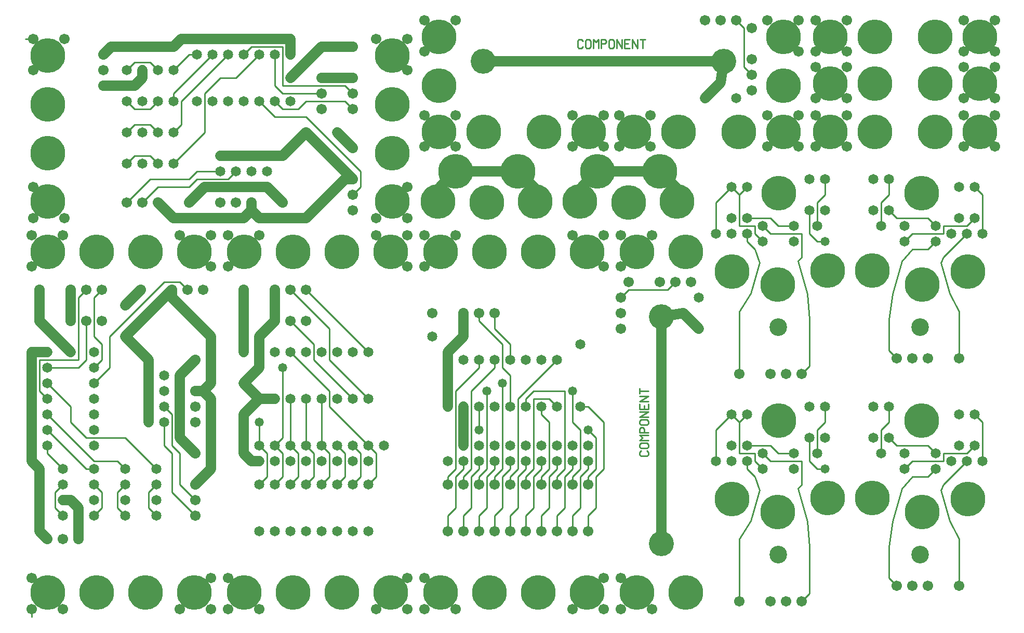
<source format=gtl>
%MOIN*%
%FSLAX25Y25*%
G04 D10 used for Character Trace; *
G04     Circle (OD=.01000) (No hole)*
G04 D11 used for Power Trace; *
G04     Circle (OD=.06700) (No hole)*
G04 D12 used for Signal Trace; *
G04     Circle (OD=.01100) (No hole)*
G04 D13 used for Via; *
G04     Circle (OD=.05800) (Round. Hole ID=.02800)*
G04 D14 used for Component hole; *
G04     Circle (OD=.06500) (Round. Hole ID=.03500)*
G04 D15 used for Component hole; *
G04     Circle (OD=.06700) (Round. Hole ID=.04300)*
G04 D16 used for Component hole; *
G04     Circle (OD=.08100) (Round. Hole ID=.05100)*
G04 D17 used for Component hole; *
G04     Circle (OD=.08900) (Round. Hole ID=.05900)*
G04 D18 used for Component hole; *
G04     Circle (OD=.11300) (Round. Hole ID=.08300)*
G04 D19 used for Component hole; *
G04     Circle (OD=.16000) (Round. Hole ID=.13000)*
G04 D20 used for Component hole; *
G04     Circle (OD=.18300) (Round. Hole ID=.15300)*
G04 D21 used for Component hole; *
G04     Circle (OD=.22291) (Round. Hole ID=.19291)*
%ADD10C,.01000*%
%ADD11C,.06700*%
%ADD12C,.01100*%
%ADD13C,.05800*%
%ADD14C,.06500*%
%ADD15C,.06700*%
%ADD16C,.08100*%
%ADD17C,.08900*%
%ADD18C,.11300*%
%ADD19C,.16000*%
%ADD20C,.18300*%
%ADD21C,.22291*%
%IPPOS*%
%LPD*%
G90*X0Y0D02*D15*X5000Y5000D03*D12*Y0D01*D21*      
X15625Y15625D03*D15*X25000Y5000D03*X5000Y25000D03*
D21*X46875Y15625D03*D15*X35000Y50000D03*D11*      
Y70000D01*X30000Y75000D01*X25000D01*D14*D03*D12*  
X20000Y70000D02*Y80000D01*X25000Y65000D02*        
X20000Y70000D01*D14*X25000Y65000D03*D15*          
X15000Y50000D03*D11*X10000Y55000D01*Y95000D01*    
X5000Y100000D01*Y170000D01*X15000D01*D14*D03*D12* 
X10000Y145000D02*Y165000D01*X15000Y140000D02*     
X10000Y145000D01*D14*X15000Y140000D03*Y150000D03* 
D12*X30000Y135000D01*Y125000D01*X40000Y115000D01* 
X65000D01*X85000Y95000D01*D14*D03*D12*            
X95000Y80000D02*Y105000D01*X110000Y65000D02*      
X95000Y80000D01*D15*X110000Y65000D03*Y75000D03*   
D12*X100000Y85000D01*Y105000D01*X95000Y110000D01* 
Y130000D01*X90000Y135000D01*D14*D03*              
X80000Y145000D03*D11*Y135000D01*D14*D03*D11*      
Y130000D01*Y125000D01*D14*D03*D12*Y130000D02*     
Y135000D01*D14*X90000Y125000D03*D12*Y110000D01*   
X95000Y105000D01*D11*X110000D02*X100000Y115000D01*
D15*X110000Y105000D03*D11*Y85000D02*              
X120000Y95000D01*D15*X110000Y85000D03*D11*        
X120000Y95000D02*Y140000D01*X115000Y145000D01*    
X110000D01*D15*D03*D11*X115000D02*                
X120000Y150000D01*Y180000D01*X95000Y205000D01*    
Y210000D01*D15*D03*D11*X65000Y180000D01*D14*D03*  
D11*X80000Y165000D01*Y155000D01*D14*D03*D11*      
Y145000D01*D14*X90000Y155000D03*Y145000D03*D11*   
X100000Y115000D02*Y155000D01*D15*                 
X110000Y125000D03*Y135000D03*D14*X85000Y85000D03* 
D12*X80000Y80000D01*Y70000D01*X85000Y65000D01*D14*
D03*Y75000D03*X65000Y85000D03*D12*X60000Y80000D01*
Y70000D01*X65000Y65000D01*D14*D03*Y75000D03*D12*  
X50000Y70000D02*Y80000D01*X45000Y65000D02*        
X50000Y70000D01*D14*X45000Y65000D03*Y75000D03*D12*
X50000Y80000D02*X45000Y85000D01*D14*D03*Y95000D03*
D12*X40000D01*X15000Y120000D01*D14*D03*Y130000D03*
D12*X45000Y100000D01*X60000D01*X65000Y95000D01*   
D14*D03*X45000Y110000D03*Y120000D03*Y130000D03*   
X25000Y95000D03*D12*X15000Y105000D01*Y110000D01*  
D14*D03*X25000Y85000D03*D12*X20000Y80000D01*D15*  
X25000Y50000D03*D14*X45000Y140000D03*D21*         
X78125Y15625D03*D14*X45000Y150000D03*D12*         
X55000Y160000D01*Y180000D01*X90000Y215000D01*     
X100000D01*X105000Y210000D01*D15*D03*X115000D03*  
X120000Y225000D03*D21*X78125Y234375D03*X109375D03*
D15*X75000Y210000D03*D11*X65000Y200000D01*D14*D03*
D15*X50000Y210000D03*D12*X45000Y205000D01*        
Y180000D01*X50000Y175000D01*Y165000D01*           
X45000Y160000D01*D14*D03*D12*X35000D02*           
X40000Y165000D01*X15000Y160000D02*X35000D01*D14*  
X15000D03*D12*X10000Y165000D02*X35000D01*         
Y205000D01*X40000Y210000D01*D15*D03*X30000D03*D11*
Y190000D01*D15*D03*X40000D03*D12*Y165000D01*D14*  
X45000Y170000D03*D13*X30000D03*D11*               
X10000Y190000D01*D15*D03*D11*Y210000D01*D15*D03*  
X5000Y225000D03*D21*X15625Y234375D03*D15*         
X25000Y245000D03*X5000D03*D21*X46875Y234375D03*   
D15*X50000Y190000D03*D11*X100000Y155000D02*       
X110000Y165000D01*D15*D03*X120000Y245000D03*      
X100000D03*X120000Y25000D03*D21*X109375Y15625D03* 
D15*X100000Y5000D03*X120000D03*G90*X1000Y0D02*    
X131000Y5000D03*Y25000D03*D21*X141625Y15625D03*   
D11*X146000Y100000D02*X141000Y105000D01*          
X146000Y100000D02*X151000D01*D14*D03*D12*         
X156000Y90000D02*Y105000D01*X151000Y85000D02*     
X156000Y90000D01*D14*X151000Y85000D03*X161000D03* 
D12*X166000Y90000D01*Y105000D01*X161000Y110000D01*
D14*D03*D12*X166000Y115000D01*Y160000D01*D13*D03* 
D14*X171000Y170000D03*D12*X196000Y145000D01*      
Y135000D01*X221000Y110000D01*D14*D03*D12*         
X226000Y105000D01*Y90000D01*X221000Y85000D01*D14* 
D03*D12*X211000D02*X216000Y90000D01*D14*          
X211000Y85000D03*D12*X216000Y90000D02*Y105000D01* 
X211000Y110000D01*D14*D03*D12*X206000Y90000D02*   
Y105000D01*X201000Y85000D02*X206000Y90000D01*D14* 
X201000Y85000D03*D12*X191000D02*X196000Y90000D01* 
D14*X191000Y85000D03*D12*X196000Y90000D02*        
Y105000D01*X191000Y110000D01*D14*D03*D12*         
Y140000D01*D14*D03*X201000D03*X181000D03*D12*     
Y110000D01*D14*D03*D12*X186000Y105000D01*         
Y90000D01*X181000Y85000D01*D14*D03*D12*X171000D02*
X176000Y90000D01*D14*X171000Y85000D03*D12*        
X176000Y90000D02*Y105000D01*X171000Y110000D01*D14*
D03*D12*Y140000D01*D14*D03*X161000D03*D11*        
X151000D01*D10*X150163Y141914D02*                 
X151000Y142871D01*Y137129D01*X150163D02*          
X151837D01*D11*X141000Y130000D02*                 
X151000Y140000D01*X141000Y110000D02*Y130000D01*   
D14*Y110000D03*D11*Y105000D01*D14*                
X151000Y110000D03*D12*X156000Y105000D01*D14*      
X161000Y100000D03*D12*X151000Y110000D02*          
Y125000D01*D13*D03*D10*X150163Y141914D02*         
X151000Y142871D01*Y137129D01*X150163D02*          
X151837D01*D11*X151000Y140000D02*                 
X141000Y150000D01*D14*D03*D11*X151000Y160000D01*  
Y180000D01*X161000Y190000D01*D15*D03*D11*         
Y210000D01*D15*D03*X171000D03*D12*                
X196000Y185000D01*Y165000D01*X221000Y140000D01*   
D14*D03*X211000D03*D12*X186000Y165000D01*         
Y175000D01*X171000Y190000D01*D15*D03*X181000D03*  
D14*X191000Y170000D03*D15*X181000Y210000D03*D12*  
X221000Y170000D01*D14*D03*X211000D03*X201000D03*  
X181000D03*D15*X246000Y225000D03*D14*             
X201000Y110000D03*D12*X206000Y105000D01*D14*      
X211000Y100000D03*X201000D03*X221000D03*          
X191000D03*X231000Y110000D03*X181000Y100000D03*   
X171000D03*X161000Y55000D03*X171000D03*X181000D03*
X191000D03*X201000D03*X211000D03*X221000D03*D10*  
X150163Y141914D02*X151000Y142871D01*Y137129D01*   
X150163D02*X151837D01*D14*X151000Y55000D03*       
X141000Y170000D03*D11*Y190000D01*D15*D03*D11*     
Y210000D01*D15*D03*X131000Y225000D03*D21*         
X141625Y234375D03*X172875D03*D15*                 
X151000Y245000D03*X131000D03*D14*                 
X161000Y170000D03*D21*X204125Y234375D03*D15*      
X226000Y245000D03*D21*X235375Y234375D03*D15*      
X246000Y245000D03*Y25000D03*D21*X172875Y15625D03* 
X204125D03*X235375D03*D15*X151000Y5000D03*        
X226000D03*X246000D03*G90*X2000Y0D02*             
X257000Y5000D03*Y25000D03*Y225000D03*Y245000D03*  
D14*X262000Y180000D03*D15*Y195000D03*D21*         
X267625Y15625D03*Y234375D03*D15*X272000Y55000D03* 
D12*Y65000D01*X277000Y70000D01*Y90000D01*         
X282000Y95000D01*Y100000D01*D14*D03*D12*Y90000D02*
X287000Y95000D01*X282000Y85000D02*Y90000D01*D15*  
Y85000D03*D12*X287000Y70000D02*Y90000D01*         
X282000Y65000D02*X287000Y70000D01*                
X282000Y55000D02*Y65000D01*D15*Y55000D03*D12*     
X292000D02*Y65000D01*D15*Y55000D03*D12*X302000D02*
Y65000D01*D15*Y55000D03*D12*X312000D02*Y65000D01* 
D15*Y55000D03*D12*X322000D02*Y65000D01*D15*       
Y55000D03*D12*X332000D02*Y65000D01*D15*Y55000D03* 
D12*X342000D02*Y65000D01*D15*Y55000D03*D12*       
X352000D02*Y65000D01*D15*Y55000D03*D12*X362000D02*
Y65000D01*D15*Y55000D03*D12*X352000Y65000D02*     
X357000Y70000D01*Y90000D01*X362000Y95000D01*      
Y100000D01*D14*D03*D12*Y90000D02*X367000Y95000D01*
X362000Y85000D02*Y90000D01*D15*Y85000D03*D12*     
X367000Y70000D02*Y90000D01*X362000Y65000D02*      
X367000Y70000D01*X342000Y65000D02*                
X347000Y70000D01*Y90000D01*X352000Y95000D01*      
Y100000D01*D14*D03*D12*Y90000D02*X357000Y95000D01*
X352000Y85000D02*Y90000D01*D15*Y85000D03*D12*     
X337000Y90000D02*X342000Y95000D01*                
X337000Y70000D02*Y90000D01*X332000Y65000D02*      
X337000Y70000D01*X322000Y65000D02*                
X327000Y70000D01*Y90000D01*X332000Y95000D01*      
Y100000D01*D14*D03*D12*Y90000D02*X337000Y95000D01*
X332000Y85000D02*Y90000D01*D15*Y85000D03*D12*     
X342000Y95000D02*Y100000D01*D14*D03*D12*Y90000D02*
X347000Y95000D01*X342000Y85000D02*Y90000D01*D15*  
Y85000D03*D12*X347000Y95000D02*Y145000D01*        
X327000D01*X322000Y140000D01*Y135000D01*D14*D03*  
D12*X327000Y95000D02*Y140000D01*X322000Y90000D02* 
X327000Y95000D01*X322000Y85000D02*Y90000D01*D15*  
Y85000D03*D12*X317000Y70000D02*Y90000D01*         
X312000Y65000D02*X317000Y70000D01*                
X302000Y65000D02*X307000Y70000D01*Y90000D01*      
X312000Y95000D01*Y100000D01*D14*D03*D12*Y90000D02*
X317000Y95000D01*X312000Y85000D02*Y90000D01*D15*  
Y85000D03*D12*X317000Y90000D02*X322000Y95000D01*  
Y100000D01*D14*D03*D12*X317000Y95000D02*          
Y140000D01*X342000Y165000D01*D14*D03*X332000D03*  
X357000Y175000D03*X322000Y165000D03*D13*          
X352000Y145000D03*D12*Y125000D01*                 
X357000Y120000D01*Y95000D01*X367000Y90000D02*     
X372000Y95000D01*Y125000D01*X362000Y135000D01*    
X357000D01*D14*D03*X342000D03*D12*                
X337000Y140000D01*X327000D01*D14*                 
X332000Y135000D03*D12*Y130000D01*                 
X337000Y125000D01*Y95000D01*D14*X352000Y110000D03*
X322000D03*X342000D03*X332000D03*D13*             
X362000Y120000D03*D12*X367000Y115000D01*Y95000D01*
D14*X362000Y110000D03*X312000Y135000D03*D12*      
Y155000D01*X307000Y160000D01*Y175000D01*          
X292000Y190000D01*Y195000D01*D15*D03*D12*         
X312000Y175000D02*X302000Y185000D01*              
X312000Y165000D02*Y175000D01*D14*Y165000D03*      
X302000D03*D12*Y160000D01*X287000Y145000D01*      
Y95000D01*X292000Y85000D02*Y90000D01*D15*         
Y85000D03*D12*X297000Y70000D02*Y90000D01*         
X292000Y65000D02*X297000Y70000D01*D15*            
X272000Y85000D03*D12*Y90000D01*X277000Y95000D01*  
Y145000D01*X292000Y160000D01*Y165000D01*D14*D03*  
X282000D03*D13*X307000Y150000D03*D12*Y95000D01*   
X302000Y90000D01*Y85000D01*D15*D03*D12*           
X297000Y90000D02*X302000Y95000D01*Y100000D01*D14* 
D03*D12*X292000Y90000D02*X297000Y95000D01*        
Y145000D01*D13*D03*D14*X292000Y135000D03*D12*     
Y120000D01*D13*D03*D14*X302000Y110000D03*         
X282000D03*D11*Y135000D01*D14*D03*D13*X272000D03* 
D11*Y170000D01*X282000Y180000D01*D14*D03*D11*     
Y195000D01*D15*D03*D12*X302000Y185000D02*         
Y195000D01*D15*D03*D21*X330125Y234375D03*         
X298875D03*D15*X352000Y245000D03*X277000D03*D14*  
X302000Y135000D03*D21*X361375Y234375D03*D15*      
X372000Y225000D03*Y245000D03*D14*                 
X292000Y110000D03*X312000D03*X272000Y100000D03*   
X292000D03*D12*Y95000D01*X287000Y90000D01*D21*    
X361375Y15625D03*X298875D03*X330125D03*D15*       
X372000Y5000D03*Y25000D03*X277000Y5000D03*        
X352000D03*G90*X3000Y0D02*X383000Y5000D03*        
Y25000D03*Y185000D03*Y195000D03*Y205000D03*D12*   
X388000Y210000D01*X413000D01*X418000Y215000D01*   
D15*D03*X428000D03*X408000D03*D14*                
X433000Y205000D03*D19*X409250Y192800D03*D11*      
Y47200D01*D19*D03*D21*X393625Y15625D03*X424875D03*
D15*X403000Y5000D03*D10*X399914Y106674D02*        
X400871Y105837D01*Y104163D01*X399914Y103326D01*   
X396086D01*X395129Y104163D01*Y105837D01*          
X396086Y106674D01*X399914Y111674D02*              
X400871Y110837D01*Y109163D01*X399914Y108326D01*   
X396086D01*X395129Y109163D01*Y110837D01*          
X396086Y111674D01*X399914D01*X400871Y113326D02*   
X395129D01*X397043Y115000D01*X395129Y116674D01*   
X400871D01*Y118326D02*X395129D01*Y120837D01*      
X396086Y121674D01*X397043D01*X398000Y120837D01*   
Y118326D01*X399914Y126674D02*X400871Y125837D01*   
Y124163D01*X399914Y123326D01*X396086D01*          
X395129Y124163D01*Y125837D01*X396086Y126674D01*   
X399914D01*X400871Y128326D02*X395129D01*          
X400871Y131674D01*X395129D01*X400871Y136674D02*   
Y133326D01*X395129D01*Y136674D01*                 
X398000Y133326D02*Y135837D01*X400871Y138326D02*   
X395129D01*X400871Y141674D01*X395129D01*          
X400871Y145000D02*X395129D01*Y143326D02*          
Y146674D01*D14*X433000Y185000D03*D11*             
X423000Y195000D01*X409250Y192800D01*D15*          
X388000Y215000D03*X383000Y225000D03*D21*          
X424875Y234375D03*X393625D03*D15*                 
X403000Y245000D03*X383000D03*G90*X4000Y0D02*D14*  
X444000Y100000D03*D12*Y120000D01*                 
X454000Y130000D01*D14*D03*D12*X459000Y125000D01*  
Y105000D01*X469000D01*Y100000D01*X474000Y95000D01*
D14*D03*D12*X479000Y100000D02*X499000D01*         
Y85000D01*X509000Y95000D02*X514000D01*D13*D03*D12*
X509000D02*X504000Y100000D01*Y115000D01*D14*D03*  
D12*X509000Y105000D02*Y120000D01*D14*Y105000D03*  
X514000Y115000D03*D12*X509000Y120000D02*          
X514000Y125000D01*Y135000D01*D14*D03*X504000D03*  
D12*X484000Y105000D02*X494000D01*D14*D03*D12*     
X484000D02*X479000Y110000D01*X464000D01*D14*D03*  
X454000Y100000D03*X474000Y105000D03*D12*          
X479000Y100000D01*X469000Y90000D02*               
X464000Y95000D01*Y100000D01*D14*D03*              
X454000Y110000D03*D21*X484300Y126100D03*          
X454400Y75900D03*D12*X459000Y125000D02*           
X464000Y130000D01*D14*D03*X494000Y95000D03*D21*   
X515700Y76500D03*X483900Y67400D03*D12*            
X459000Y10000D02*Y50000D01*D15*Y10000D03*         
X479000D03*D18*X484000Y40000D03*D15*              
X489000Y10000D03*X499000D03*D12*X504000Y15000D01* 
Y45000D01*D10*X496766Y82550D02*X502833Y61350D01*  
X499000Y85000D02*X496766Y82550D01*                
X504000Y45000D02*X502833Y61350D01*                
X466316Y61816D02*X471983Y81483D01*                
X459000Y50000D02*X466316Y61816D01*                
X469000Y90000D02*X471983Y81483D01*G90*X0Y0D02*D21*
X544600Y76500D03*D14*X545000Y115000D03*Y135000D03*
X550000Y105000D03*D12*Y120000D01*                 
X555000Y125000D01*Y135000D01*D14*D03*D21*         
X576000Y126100D03*D14*X555000Y115000D03*D12*      
X560000Y110000D01*X580000D01*X585000Y105000D01*   
D14*D03*D12*X570000Y100000D02*X590000D01*         
X565000Y95000D02*X570000Y100000D01*D14*           
X565000Y95000D03*D12*X570000Y90000D02*X580000D01* 
X585000Y95000D01*D14*D03*D12*X590000Y100000D02*   
Y105000D01*X605000D01*X610000Y110000D01*D14*D03*  
X605000Y100000D03*D12*X590000Y85000D01*D21*       
X605900Y75900D03*D14*X595000Y100000D03*D21*       
X576400Y67400D03*D14*X565000Y105000D03*           
X600000Y110000D03*X615000Y100000D03*D12*          
Y125000D01*X610000Y130000D01*D14*D03*X600000D03*  
D12*Y20000D02*Y50000D01*D15*Y20000D03*X580000D03* 
D18*X575000Y40000D03*D15*X570000Y20000D03*        
X560000D03*D12*X555000Y25000D01*Y45000D01*D10*    
X557466Y61350D02*X563533Y82550D01*                
X555000Y45000D02*X557466Y61350D01*                
X570000Y90000D02*X563533Y82550D01*                
X588316Y81483D02*X593983Y61816D01*                
X590000Y85000D02*X588316Y81483D01*                
X600000Y50000D02*X593983Y61816D01*G90*            
X4000Y1000D02*D14*X444000Y246000D03*D12*          
Y266000D01*X454000Y276000D01*D14*D03*D12*         
X459000Y271000D01*Y251000D01*X469000D01*          
Y246000D01*X474000Y241000D01*D14*D03*D12*         
X479000Y246000D02*X499000D01*Y231000D01*          
X509000Y241000D02*X514000D01*D13*D03*D12*         
X509000D02*X504000Y246000D01*Y261000D01*D14*D03*  
D12*X509000Y251000D02*Y266000D01*D14*Y251000D03*  
X514000Y261000D03*D12*X509000Y266000D02*          
X514000Y271000D01*Y281000D01*D14*D03*X504000D03*  
D12*X484000Y251000D02*X494000D01*D14*D03*D12*     
X484000D02*X479000Y256000D01*X464000D01*D14*D03*  
X454000Y246000D03*X474000Y251000D03*D12*          
X479000Y246000D01*X469000Y236000D02*              
X464000Y241000D01*Y246000D01*D14*D03*             
X454000Y256000D03*D21*X484300Y272100D03*          
X454400Y221900D03*D12*X459000Y271000D02*          
X464000Y276000D01*D14*D03*X494000Y241000D03*D21*  
X515700Y222500D03*X483900Y213400D03*D12*          
X459000Y156000D02*Y196000D01*D15*Y156000D03*      
X479000D03*D18*X484000Y186000D03*D15*             
X489000Y156000D03*X499000D03*D12*                 
X504000Y161000D01*Y191000D01*D10*                 
X496766Y228550D02*X502833Y207350D01*              
X499000Y231000D02*X496766Y228550D01*              
X504000Y191000D02*X502833Y207350D01*              
X466316Y207816D02*X471983Y227483D01*              
X459000Y196000D02*X466316Y207816D01*              
X469000Y236000D02*X471983Y227483D01*G90*          
X0Y1000D02*D21*X544600Y222500D03*D14*             
X545000Y261000D03*Y281000D03*X550000Y251000D03*   
D12*Y266000D01*X555000Y271000D01*Y281000D01*D14*  
D03*D21*X576000Y272100D03*D14*X555000Y261000D03*  
D12*X560000Y256000D01*X580000D01*                 
X585000Y251000D01*D14*D03*D12*X570000Y246000D02*  
X590000D01*X565000Y241000D02*X570000Y246000D01*   
D14*X565000Y241000D03*D12*X570000Y236000D02*      
X580000D01*X585000Y241000D01*D14*D03*D12*         
X590000Y246000D02*Y251000D01*X605000D01*          
X610000Y256000D01*D14*D03*X605000Y246000D03*D12*  
X590000Y231000D01*D21*X605900Y221900D03*D14*      
X595000Y246000D03*D21*X576400Y213400D03*D14*      
X565000Y251000D03*X600000Y256000D03*              
X615000Y246000D03*D12*Y271000D01*                 
X610000Y276000D01*D14*D03*X600000D03*D12*         
Y166000D02*Y196000D01*D15*Y166000D03*X580000D03*  
D18*X575000Y186000D03*D15*X570000Y166000D03*      
X560000D03*D12*X555000Y171000D01*Y191000D01*D10*  
X557466Y207350D02*X563533Y228550D01*              
X555000Y191000D02*X557466Y207350D01*              
X570000Y236000D02*X563533Y228550D01*              
X588316Y227483D02*X593983Y207816D01*              
X590000Y231000D02*X588316Y227483D01*              
X600000Y196000D02*X593983Y207816D01*G90*          
X1000Y1000D02*D15*X246000Y256000D03*X226000D03*   
D11*X151000D02*X181000D01*X146000Y261000D02*      
X151000Y256000D01*X141000D02*X146000Y261000D01*   
X96000Y256000D02*X141000D01*X86000Y266000D02*     
X96000Y256000D01*D15*X86000Y266000D03*D12*        
X76000D02*X86000Y276000D01*D15*X76000Y266000D03*  
D12*X86000Y276000D02*X106000D01*X111000Y281000D01*
X131000D01*X136000Y286000D01*D14*D03*             
X146000Y296000D03*D11*X136000D01*D14*D03*D11*     
X131000D01*X126000D01*D14*D03*D12*X131000D02*     
X136000D01*D14*X146000Y286000D03*X126000D03*D12*  
X111000D01*X106000Y281000D01*X81000D01*           
X66000Y266000D01*D15*D03*D14*X86000Y291000D03*D12*
X81000Y296000D01*X71000D01*X66000Y291000D01*D14*  
D03*X76000D03*X86000Y311000D03*D12*               
X81000Y316000D01*X71000D01*X66000Y311000D01*D14*  
D03*X76000D03*D12*X71000Y326000D02*X81000D01*     
X66000Y331000D02*X71000Y326000D01*D14*            
X66000Y331000D03*D11*X51000Y341000D02*X71000D01*  
D15*X51000D03*Y351000D03*D14*X66000D03*D12*       
X71000Y356000D01*X81000D01*X86000Y351000D01*D14*  
D03*X96000D03*D12*X106000Y361000D01*X111000D01*   
D14*D03*D11*X96000Y366000D02*X101000Y371000D01*   
X56000Y366000D02*X96000D01*X51000Y361000D02*      
X56000Y366000D01*D15*X51000Y361000D03*D11*        
X71000Y341000D02*X76000Y346000D01*Y351000D01*D14* 
D03*X96000Y331000D03*D12*Y336000D01*              
X121000Y361000D01*D14*D03*X131000D03*D12*         
X101000Y331000D01*Y316000D01*X96000Y311000D01*D14*
D03*D12*X81000Y326000D02*X86000Y331000D01*D14*D03*
X76000D03*X111000D03*D12*X96000Y291000D02*        
X116000Y311000D01*D14*X96000Y291000D03*D12*       
X116000Y336000D02*Y311000D01*Y336000D02*          
X126000Y346000D01*X136000D01*X151000Y361000D01*   
D14*D03*D12*X141000D02*X146000Y366000D01*D14*     
X141000Y361000D03*D12*X146000Y366000D02*          
X166000D01*Y341000D01*X206000D01*                 
X211000Y336000D01*D15*D03*D12*X181000Y331000D02*  
X206000D01*X176000Y326000D02*X181000Y331000D01*   
X166000Y326000D02*X176000D01*X161000Y331000D02*   
X166000Y326000D01*D14*X161000Y331000D03*D12*      
Y341000D02*X166000Y336000D01*X161000Y361000D02*   
Y341000D01*D14*Y361000D03*D11*X101000Y371000D02*  
X171000D01*D14*X141000Y331000D03*X121000D03*      
X131000D03*X151000D03*D12*X161000Y321000D01*      
X181000D01*X216000Y286000D01*Y276000D01*          
X211000Y271000D01*D15*D03*Y281000D03*D11*         
X181000Y311000D01*D14*D03*D11*X166000Y296000D01*  
X156000D01*D14*D03*D11*X146000D01*D14*            
X156000Y286000D03*D11*X116000Y276000D02*          
X156000D01*X106000Y266000D02*X116000Y276000D01*   
D15*X106000Y266000D03*X126000D03*X136000D03*D11*  
X146000D02*Y261000D01*D15*Y266000D03*D11*         
X156000Y276000D02*X166000Y266000D01*D15*D03*D11*  
X181000Y256000D02*X206000Y281000D01*X211000D01*   
D15*Y301000D03*D11*X201000Y311000D01*D14*D03*D15* 
X211000Y326000D03*D12*X206000Y331000D01*D15*      
X191000Y346000D03*D11*X211000D01*D15*D03*         
X191000Y366000D03*D11*X171000Y346000D01*D13*D03*  
D12*X166000Y336000D02*X191000D01*D15*D03*         
Y326000D03*D14*X171000Y331000D03*Y361000D03*D11*  
Y371000D01*X191000Y366000D02*X211000D01*D15*D03*  
X226000Y371000D03*D21*X236625Y360375D03*D15*      
X246000Y351000D03*Y371000D03*D21*                 
X236625Y329125D03*Y297875D03*D15*                 
X246000Y276000D03*D21*X236625Y266625D03*D15*      
X211000Y261000D03*X26000Y371000D03*Y256000D03*D21*
X15375Y360375D03*Y329125D03*Y297875D03*Y266625D03*
D15*X6000Y371000D03*D12*X1000D01*D15*             
X6000Y351000D03*Y276000D03*Y256000D03*G90*        
X2000Y3000D02*D21*X266375Y341125D03*D19*          
X294800Y356750D03*D11*X449200D01*D19*D03*D11*     
X447000Y343000D01*X437000Y333000D01*D14*D03*      
X457000D03*D12*X462000Y378000D02*Y353000D01*      
X457000Y383000D02*X462000Y378000D01*D15*          
X457000Y383000D03*X467000Y378000D03*              
X447000Y383000D03*X477000D03*X437000D03*          
X467000Y358000D03*D21*X487625Y372375D03*D12*      
X462000Y353000D02*X467000Y348000D01*D15*D03*      
Y338000D03*D21*X487625Y341125D03*D15*             
X497000Y363000D03*Y383000D03*D10*                 
X397000Y365129D02*Y370871D01*X395326D02*          
X398674D01*X390326Y365129D02*Y370871D01*          
X393674Y365129D01*Y370871D01*X388674Y365129D02*   
X385326D01*Y370871D01*X388674D01*                 
X385326Y368000D02*X387837D01*X380326Y365129D02*   
Y370871D01*X383674Y365129D01*Y370871D01*          
X378674Y366086D02*X377837Y365129D01*X376163D01*   
X375326Y366086D01*Y369914D01*X376163Y370871D01*   
X377837D01*X378674Y369914D01*Y366086D01*          
X370326Y365129D02*Y370871D01*X372837D01*          
X373674Y369914D01*Y368957D01*X372837Y368000D01*   
X370326D01*X365326Y365129D02*Y370871D01*          
X367000Y368957D01*X368674Y370871D01*Y365129D01*   
X363674Y366086D02*X362837Y365129D01*X361163D01*   
X360326Y366086D01*Y369914D01*X361163Y370871D01*   
X362837D01*X363674Y369914D01*Y366086D01*          
X358674D02*X357837Y365129D01*X356163D01*          
X355326Y366086D01*Y369914D01*X356163Y370871D01*   
X357837D01*X358674Y369914D01*D15*                 
X277000Y383000D03*D21*X266375Y372375D03*D15*      
X257000Y383000D03*Y363000D03*G90*X2000Y2000D02*   
X277000Y302000D03*X257000D03*D21*                 
X295125Y311375D03*X266375D03*D15*                 
X277000Y322000D03*X257000D03*D21*                 
X333875Y311375D03*D15*X352000Y302000D03*          
Y322000D03*D21*X362625Y311375D03*D15*             
X372000Y302000D03*Y322000D03*X382000Y302000D03*   
Y322000D03*D21*X391375Y311375D03*D15*             
X402000Y302000D03*Y322000D03*D21*                 
X420125Y311375D03*X458875D03*D15*                 
X477000Y302000D03*Y322000D03*D21*                 
X487625Y311375D03*D15*X497000Y302000D03*          
Y322000D03*G90*X2000Y1000D02*D21*                 
X265750Y266625D03*D11*X267000Y276000D01*          
X277000Y286000D01*D21*D03*D11*X317000D01*D21*D03* 
D11*X332000Y271000D01*X328250Y266625D01*D21*D03*  
X297000Y266000D03*G90*X3000Y1000D02*              
X356750Y266625D03*D11*X358000Y276000D01*          
X368000Y286000D01*D21*D03*D11*X408000D01*D21*D03* 
D11*X423000Y271000D01*X419250Y266625D01*D21*D03*  
X388000Y266000D03*G90*X3000Y2000D02*D15*          
X508000Y302000D03*Y322000D03*D21*                 
X517375Y311375D03*D15*X528000Y302000D03*          
Y322000D03*D21*X546125Y311375D03*X584875D03*D15*  
X603000Y302000D03*Y322000D03*D21*                 
X613625Y311375D03*D15*X623000Y302000D03*          
Y322000D03*G90*X3000Y3000D02*X508000Y333000D03*   
Y353000D03*D21*X517375Y342375D03*D15*             
X528000Y333000D03*Y353000D03*D21*                 
X546125Y342375D03*X584875D03*D15*                 
X603000Y333000D03*Y353000D03*D21*                 
X613625Y342375D03*D15*X623000Y333000D03*          
Y353000D03*G90*X3000Y3000D02*X508000Y363000D03*   
Y383000D03*D21*X517375Y372375D03*D15*             
X528000Y363000D03*Y383000D03*D21*                 
X546125Y372375D03*X584875D03*D15*                 
X603000Y363000D03*Y383000D03*D21*                 
X613625Y372375D03*D15*X623000Y363000D03*          
Y383000D03*M02*                                   

</source>
